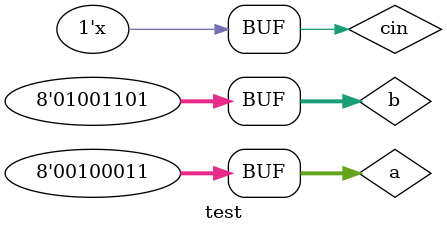
<source format=v>
module test;
  reg [7:0] a;
  reg [7:0] b;
  reg cin;
  wire [7:0] sum;
  wire cout;
  ripple U1(a,b,cin,sum,cout);
  initial
    begin   
      a=0;b=1;cin=1;
    end
  always
    begin
      #20 a=2;b=3;
      #20 a=20;b=44; 
      #20 a=25;b=55;
      #20 a=30;b=66;
      #20 a=35;b=77;    
    end  
  always #22 cin=~cin;
endmodule
 

</source>
